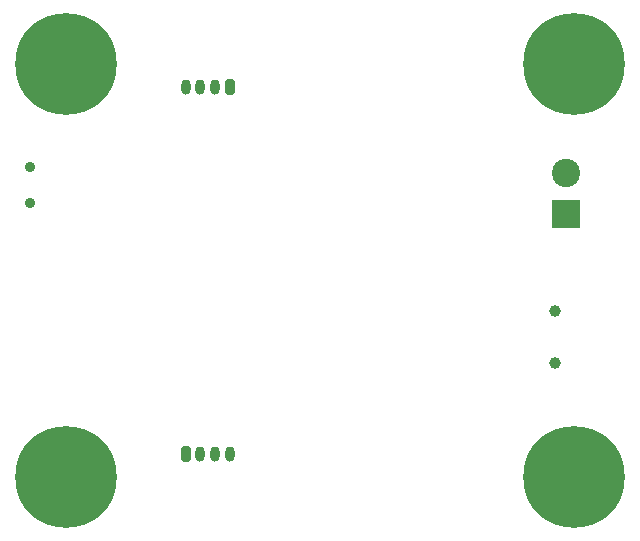
<source format=gbr>
%TF.GenerationSoftware,KiCad,Pcbnew,7.0.7*%
%TF.CreationDate,2023-10-16T17:07:58+03:00*%
%TF.ProjectId,custom_stm_design,63757374-6f6d-45f7-9374-6d5f64657369,rev?*%
%TF.SameCoordinates,Original*%
%TF.FileFunction,Soldermask,Bot*%
%TF.FilePolarity,Negative*%
%FSLAX46Y46*%
G04 Gerber Fmt 4.6, Leading zero omitted, Abs format (unit mm)*
G04 Created by KiCad (PCBNEW 7.0.7) date 2023-10-16 17:07:58*
%MOMM*%
%LPD*%
G01*
G04 APERTURE LIST*
G04 Aperture macros list*
%AMRoundRect*
0 Rectangle with rounded corners*
0 $1 Rounding radius*
0 $2 $3 $4 $5 $6 $7 $8 $9 X,Y pos of 4 corners*
0 Add a 4 corners polygon primitive as box body*
4,1,4,$2,$3,$4,$5,$6,$7,$8,$9,$2,$3,0*
0 Add four circle primitives for the rounded corners*
1,1,$1+$1,$2,$3*
1,1,$1+$1,$4,$5*
1,1,$1+$1,$6,$7*
1,1,$1+$1,$8,$9*
0 Add four rect primitives between the rounded corners*
20,1,$1+$1,$2,$3,$4,$5,0*
20,1,$1+$1,$4,$5,$6,$7,0*
20,1,$1+$1,$6,$7,$8,$9,0*
20,1,$1+$1,$8,$9,$2,$3,0*%
G04 Aperture macros list end*
%ADD10C,0.900000*%
%ADD11C,8.600000*%
%ADD12RoundRect,0.200000X-0.200000X-0.450000X0.200000X-0.450000X0.200000X0.450000X-0.200000X0.450000X0*%
%ADD13O,0.800000X1.300000*%
%ADD14C,1.000000*%
%ADD15R,2.400000X2.400000*%
%ADD16C,2.400000*%
%ADD17RoundRect,0.200000X0.200000X0.450000X-0.200000X0.450000X-0.200000X-0.450000X0.200000X-0.450000X0*%
G04 APERTURE END LIST*
D10*
%TO.C,H4*%
X81775000Y-106000000D03*
X82719581Y-103719581D03*
X82719581Y-108280419D03*
X85000000Y-102775000D03*
D11*
X85000000Y-106000000D03*
D10*
X85000000Y-109225000D03*
X87280419Y-103719581D03*
X87280419Y-108280419D03*
X88225000Y-106000000D03*
%TD*%
%TO.C,H2*%
X124775000Y-106000000D03*
X125719581Y-103719581D03*
X125719581Y-108280419D03*
X128000000Y-102775000D03*
D11*
X128000000Y-106000000D03*
D10*
X128000000Y-109225000D03*
X130280419Y-103719581D03*
X130280419Y-108280419D03*
X131225000Y-106000000D03*
%TD*%
D12*
%TO.C,J5*%
X95125000Y-104050000D03*
D13*
X96375000Y-104050000D03*
X97625000Y-104050000D03*
X98875000Y-104050000D03*
%TD*%
D10*
%TO.C,SW1*%
X81920000Y-79750000D03*
X81920000Y-82750000D03*
%TD*%
D14*
%TO.C,J4*%
X126375000Y-96300000D03*
X126375000Y-91900000D03*
%TD*%
D10*
%TO.C,H1*%
X124775000Y-71000000D03*
X125719581Y-68719581D03*
X125719581Y-73280419D03*
X128000000Y-67775000D03*
D11*
X128000000Y-71000000D03*
D10*
X128000000Y-74225000D03*
X130280419Y-68719581D03*
X130280419Y-73280419D03*
X131225000Y-71000000D03*
%TD*%
%TO.C,H3*%
X81775000Y-71000000D03*
X82719581Y-68719581D03*
X82719581Y-73280419D03*
X85000000Y-67775000D03*
D11*
X85000000Y-71000000D03*
D10*
X85000000Y-74225000D03*
X87280419Y-68719581D03*
X87280419Y-73280419D03*
X88225000Y-71000000D03*
%TD*%
D15*
%TO.C,J1*%
X127300000Y-83700000D03*
D16*
X127300000Y-80200000D03*
%TD*%
D17*
%TO.C,J3*%
X98875000Y-72950000D03*
D13*
X97625000Y-72950000D03*
X96375000Y-72950000D03*
X95125000Y-72950000D03*
%TD*%
M02*

</source>
